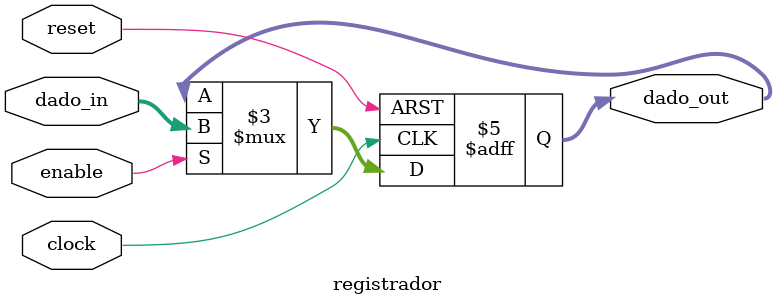
<source format=v>
module registrador(
    input wire clock,
    input wire reset,
    input wire enable,
    input wire [7:0] dado_in,
    output reg [7:0] dado_out
);
    always @(posedge clock or negedge reset) begin
        if (!reset)
            dado_out <= 8'h00; // Resetar para 0
        else if (enable)
            dado_out <= dado_in; // Atualizar valor
    end
endmodule

</source>
